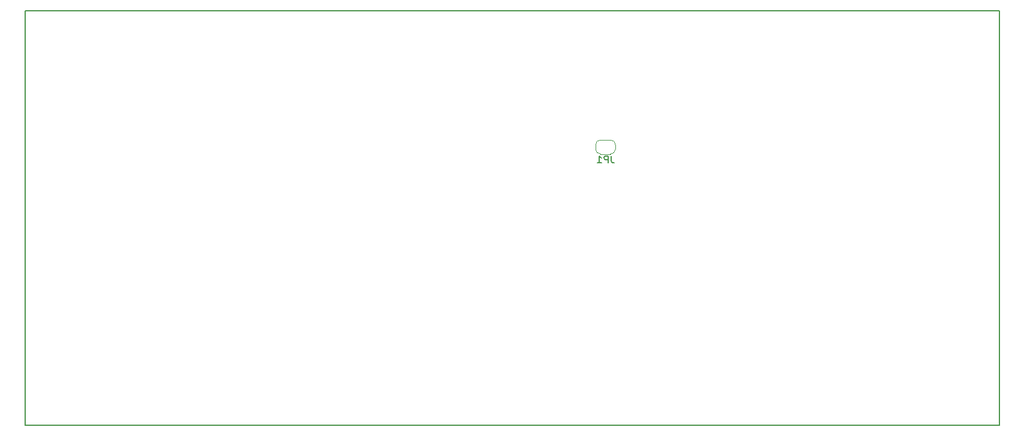
<source format=gbr>
G04 #@! TF.GenerationSoftware,KiCad,Pcbnew,5.1.5-52549c5~84~ubuntu18.04.1*
G04 #@! TF.CreationDate,2020-01-17T22:37:04+01:00*
G04 #@! TF.ProjectId,VFD,5646442e-6b69-4636-9164-5f7063625858,rev?*
G04 #@! TF.SameCoordinates,Original*
G04 #@! TF.FileFunction,Legend,Bot*
G04 #@! TF.FilePolarity,Positive*
%FSLAX46Y46*%
G04 Gerber Fmt 4.6, Leading zero omitted, Abs format (unit mm)*
G04 Created by KiCad (PCBNEW 5.1.5-52549c5~84~ubuntu18.04.1) date 2020-01-17 22:37:04*
%MOMM*%
%LPD*%
G04 APERTURE LIST*
%ADD10C,0.150000*%
%ADD11C,0.120000*%
G04 APERTURE END LIST*
D10*
X173990000Y-93472000D02*
X36322000Y-93472000D01*
X173990000Y-34798000D02*
X173990000Y-93472000D01*
X36322000Y-93472000D02*
X36322000Y-34798000D01*
X36322000Y-34798000D02*
X173990000Y-34798000D01*
D11*
X117664000Y-55102000D02*
X119064000Y-55102000D01*
X119764000Y-54402000D02*
X119764000Y-53802000D01*
X119064000Y-53102000D02*
X117664000Y-53102000D01*
X116964000Y-53802000D02*
X116964000Y-54402000D01*
X116964000Y-54402000D02*
G75*
G03X117664000Y-55102000I700000J0D01*
G01*
X117664000Y-53102000D02*
G75*
G03X116964000Y-53802000I0J-700000D01*
G01*
X119764000Y-53802000D02*
G75*
G03X119064000Y-53102000I-700000J0D01*
G01*
X119064000Y-55102000D02*
G75*
G03X119764000Y-54402000I0J700000D01*
G01*
D10*
X119197333Y-55354380D02*
X119197333Y-56068666D01*
X119244952Y-56211523D01*
X119340190Y-56306761D01*
X119483047Y-56354380D01*
X119578285Y-56354380D01*
X118721142Y-56354380D02*
X118721142Y-55354380D01*
X118340190Y-55354380D01*
X118244952Y-55402000D01*
X118197333Y-55449619D01*
X118149714Y-55544857D01*
X118149714Y-55687714D01*
X118197333Y-55782952D01*
X118244952Y-55830571D01*
X118340190Y-55878190D01*
X118721142Y-55878190D01*
X117197333Y-56354380D02*
X117768761Y-56354380D01*
X117483047Y-56354380D02*
X117483047Y-55354380D01*
X117578285Y-55497238D01*
X117673523Y-55592476D01*
X117768761Y-55640095D01*
M02*

</source>
